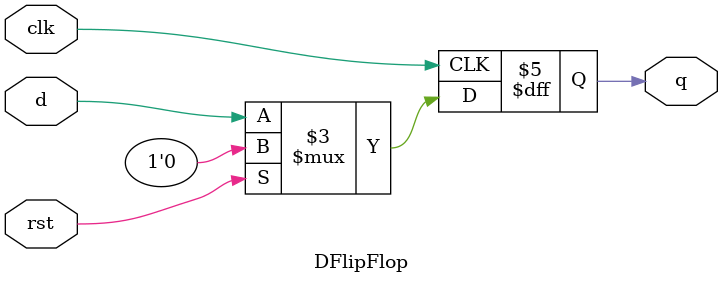
<source format=v>
`timescale 1ns / 1ps

module DFlipFlop(
    input d,
    input clk,
    input rst,//not used, this is for a generic flip flop
    output reg q
    );
    
    always @(posedge clk)
    begin
        if(rst)
        begin
            q=0;
        end
        else
        begin
            q=d;
        end
    end
    
endmodule

</source>
